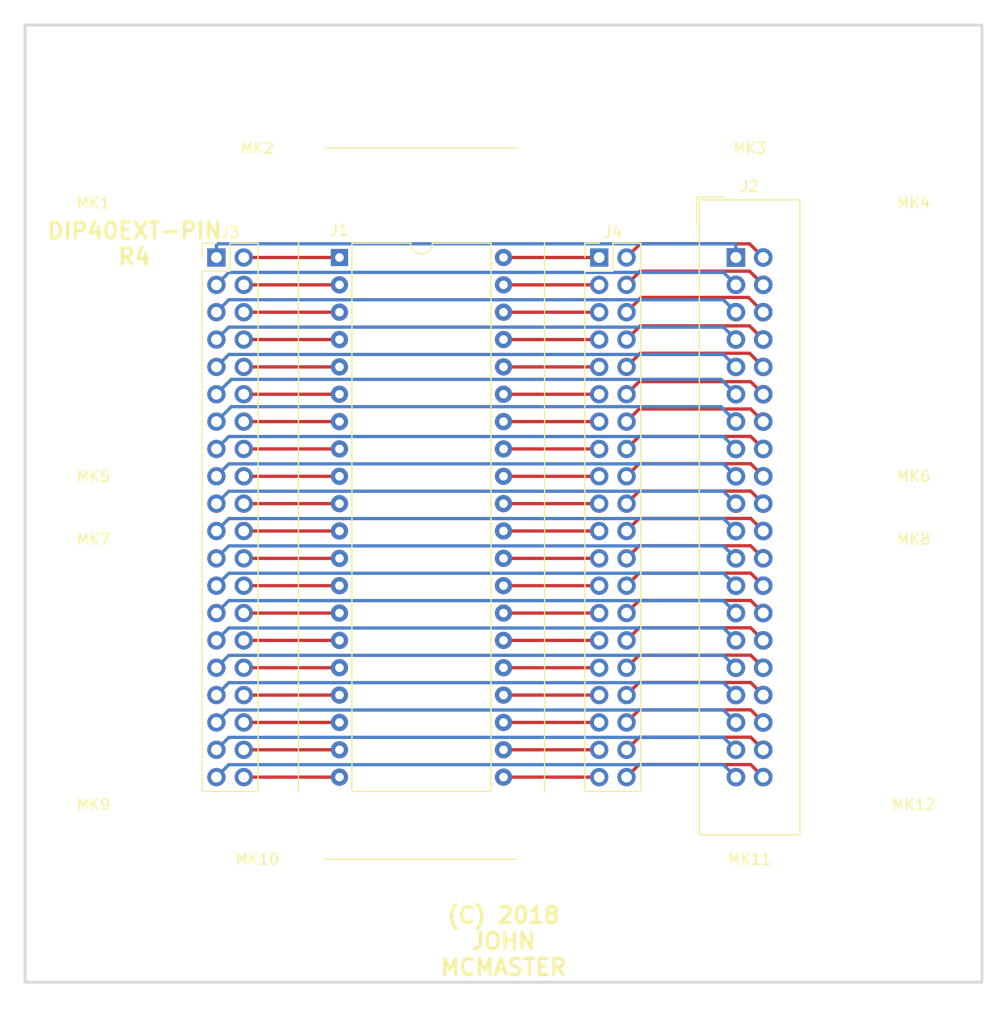
<source format=kicad_pcb>
(kicad_pcb (version 4) (host pcbnew 4.0.7-e2-6376~58~ubuntu16.04.1)

  (general
    (links 80)
    (no_connects 0)
    (area 22.922599 22.922599 116.777401 118.3774)
    (thickness 1.6)
    (drawings 6)
    (tracks 200)
    (zones 0)
    (modules 16)
    (nets 81)
  )

  (page A4)
  (layers
    (0 F.Cu signal)
    (31 B.Cu signal)
    (32 B.Adhes user)
    (33 F.Adhes user)
    (34 B.Paste user)
    (35 F.Paste user)
    (36 B.SilkS user)
    (37 F.SilkS user)
    (38 B.Mask user)
    (39 F.Mask user)
    (40 Dwgs.User user)
    (41 Cmts.User user)
    (42 Eco1.User user)
    (43 Eco2.User user)
    (44 Edge.Cuts user)
    (45 Margin user)
    (46 B.CrtYd user)
    (47 F.CrtYd user)
    (48 B.Fab user)
    (49 F.Fab user)
  )

  (setup
    (last_trace_width 0.3048)
    (trace_clearance 0.1524)
    (zone_clearance 0.508)
    (zone_45_only no)
    (trace_min 0.1524)
    (segment_width 0.2)
    (edge_width 0.00254)
    (via_size 0.6858)
    (via_drill 0.3302)
    (via_min_size 0.508)
    (via_min_drill 0.254)
    (uvia_size 0.6858)
    (uvia_drill 0.3302)
    (uvias_allowed no)
    (uvia_min_size 0)
    (uvia_min_drill 0)
    (pcb_text_width 0.3)
    (pcb_text_size 1.5 1.5)
    (mod_edge_width 0.15)
    (mod_text_size 1 1)
    (mod_text_width 0.15)
    (pad_size 3.175 3.175)
    (pad_drill 3.175)
    (pad_to_mask_clearance 0)
    (aux_axis_origin 0 0)
    (visible_elements 7FFFFFFF)
    (pcbplotparams
      (layerselection 0x010f0_80000001)
      (usegerberextensions false)
      (excludeedgelayer true)
      (linewidth 0.100000)
      (plotframeref false)
      (viasonmask false)
      (mode 1)
      (useauxorigin false)
      (hpglpennumber 1)
      (hpglpenspeed 20)
      (hpglpendiameter 15)
      (hpglpenoverlay 2)
      (psnegative false)
      (psa4output false)
      (plotreference true)
      (plotvalue true)
      (plotinvisibletext false)
      (padsonsilk false)
      (subtractmaskfromsilk false)
      (outputformat 1)
      (mirror false)
      (drillshape 0)
      (scaleselection 1)
      (outputdirectory dipext-pin_r4))
  )

  (net 0 "")
  (net 1 /P1)
  (net 2 /P21)
  (net 3 /P2)
  (net 4 /P22)
  (net 5 /P3)
  (net 6 /P23)
  (net 7 /P4)
  (net 8 /P24)
  (net 9 /P5)
  (net 10 /P25)
  (net 11 /P6)
  (net 12 /P26)
  (net 13 /P7)
  (net 14 /P27)
  (net 15 /P8)
  (net 16 /P28)
  (net 17 /P9)
  (net 18 /P29)
  (net 19 /P10)
  (net 20 /P30)
  (net 21 /P11)
  (net 22 /P31)
  (net 23 /P12)
  (net 24 /P32)
  (net 25 /P13)
  (net 26 /P33)
  (net 27 /P14)
  (net 28 /P34)
  (net 29 /P15)
  (net 30 /P35)
  (net 31 /P16)
  (net 32 /P36)
  (net 33 /P17)
  (net 34 /P37)
  (net 35 /P18)
  (net 36 /P38)
  (net 37 /P19)
  (net 38 /P39)
  (net 39 /P20)
  (net 40 /P40)
  (net 41 "Net-(J1-Pad1)")
  (net 42 "Net-(J1-Pad21)")
  (net 43 "Net-(J1-Pad2)")
  (net 44 "Net-(J1-Pad22)")
  (net 45 "Net-(J1-Pad3)")
  (net 46 "Net-(J1-Pad23)")
  (net 47 "Net-(J1-Pad4)")
  (net 48 "Net-(J1-Pad24)")
  (net 49 "Net-(J1-Pad5)")
  (net 50 "Net-(J1-Pad25)")
  (net 51 "Net-(J1-Pad6)")
  (net 52 "Net-(J1-Pad26)")
  (net 53 "Net-(J1-Pad7)")
  (net 54 "Net-(J1-Pad27)")
  (net 55 "Net-(J1-Pad8)")
  (net 56 "Net-(J1-Pad28)")
  (net 57 "Net-(J1-Pad9)")
  (net 58 "Net-(J1-Pad29)")
  (net 59 "Net-(J1-Pad10)")
  (net 60 "Net-(J1-Pad30)")
  (net 61 "Net-(J1-Pad11)")
  (net 62 "Net-(J1-Pad31)")
  (net 63 "Net-(J1-Pad12)")
  (net 64 "Net-(J1-Pad32)")
  (net 65 "Net-(J1-Pad13)")
  (net 66 "Net-(J1-Pad33)")
  (net 67 "Net-(J1-Pad14)")
  (net 68 "Net-(J1-Pad34)")
  (net 69 "Net-(J1-Pad15)")
  (net 70 "Net-(J1-Pad35)")
  (net 71 "Net-(J1-Pad16)")
  (net 72 "Net-(J1-Pad36)")
  (net 73 "Net-(J1-Pad17)")
  (net 74 "Net-(J1-Pad37)")
  (net 75 "Net-(J1-Pad18)")
  (net 76 "Net-(J1-Pad38)")
  (net 77 "Net-(J1-Pad19)")
  (net 78 "Net-(J1-Pad39)")
  (net 79 "Net-(J1-Pad20)")
  (net 80 "Net-(J1-Pad40)")

  (net_class Default "To jest domyślna klasa połączeń."
    (clearance 0.1524)
    (trace_width 0.3048)
    (via_dia 0.6858)
    (via_drill 0.3302)
    (uvia_dia 0.6858)
    (uvia_drill 0.3302)
    (add_net /P1)
    (add_net /P10)
    (add_net /P11)
    (add_net /P12)
    (add_net /P13)
    (add_net /P14)
    (add_net /P15)
    (add_net /P16)
    (add_net /P17)
    (add_net /P18)
    (add_net /P19)
    (add_net /P2)
    (add_net /P20)
    (add_net /P21)
    (add_net /P22)
    (add_net /P23)
    (add_net /P24)
    (add_net /P25)
    (add_net /P26)
    (add_net /P27)
    (add_net /P28)
    (add_net /P29)
    (add_net /P3)
    (add_net /P30)
    (add_net /P31)
    (add_net /P32)
    (add_net /P33)
    (add_net /P34)
    (add_net /P35)
    (add_net /P36)
    (add_net /P37)
    (add_net /P38)
    (add_net /P39)
    (add_net /P4)
    (add_net /P40)
    (add_net /P5)
    (add_net /P6)
    (add_net /P7)
    (add_net /P8)
    (add_net /P9)
    (add_net "Net-(J1-Pad1)")
    (add_net "Net-(J1-Pad10)")
    (add_net "Net-(J1-Pad11)")
    (add_net "Net-(J1-Pad12)")
    (add_net "Net-(J1-Pad13)")
    (add_net "Net-(J1-Pad14)")
    (add_net "Net-(J1-Pad15)")
    (add_net "Net-(J1-Pad16)")
    (add_net "Net-(J1-Pad17)")
    (add_net "Net-(J1-Pad18)")
    (add_net "Net-(J1-Pad19)")
    (add_net "Net-(J1-Pad2)")
    (add_net "Net-(J1-Pad20)")
    (add_net "Net-(J1-Pad21)")
    (add_net "Net-(J1-Pad22)")
    (add_net "Net-(J1-Pad23)")
    (add_net "Net-(J1-Pad24)")
    (add_net "Net-(J1-Pad25)")
    (add_net "Net-(J1-Pad26)")
    (add_net "Net-(J1-Pad27)")
    (add_net "Net-(J1-Pad28)")
    (add_net "Net-(J1-Pad29)")
    (add_net "Net-(J1-Pad3)")
    (add_net "Net-(J1-Pad30)")
    (add_net "Net-(J1-Pad31)")
    (add_net "Net-(J1-Pad32)")
    (add_net "Net-(J1-Pad33)")
    (add_net "Net-(J1-Pad34)")
    (add_net "Net-(J1-Pad35)")
    (add_net "Net-(J1-Pad36)")
    (add_net "Net-(J1-Pad37)")
    (add_net "Net-(J1-Pad38)")
    (add_net "Net-(J1-Pad39)")
    (add_net "Net-(J1-Pad4)")
    (add_net "Net-(J1-Pad40)")
    (add_net "Net-(J1-Pad5)")
    (add_net "Net-(J1-Pad6)")
    (add_net "Net-(J1-Pad7)")
    (add_net "Net-(J1-Pad8)")
    (add_net "Net-(J1-Pad9)")
  )

  (module Mounting_Holes:MountingHole_8.4mm_M8 (layer F.Cu) (tedit 5B73A4D4) (tstamp 5B73A484)
    (at 82.55 107.95)
    (descr "Mounting Hole 8.4mm, no annular, M8")
    (tags "mounting hole 8.4mm no annular m8")
    (path /5B73A7D6)
    (attr virtual)
    (fp_text reference MK11 (at 10.16 -5.08) (layer F.SilkS)
      (effects (font (size 1 1) (thickness 0.15)))
    )
    (fp_text value Mounting_Hole (at 0 9.4) (layer F.Fab)
      (effects (font (size 1 1) (thickness 0.15)))
    )
    (fp_text user %R (at 0.3 0) (layer F.Fab)
      (effects (font (size 1 1) (thickness 0.15)))
    )
    (fp_circle (center 0 0) (end 8.4 0) (layer Cmts.User) (width 0.15))
    (fp_circle (center 0 0) (end 8.65 0) (layer F.CrtYd) (width 0.05))
    (pad 1 np_thru_hole circle (at 0 0) (size 8.4 8.4) (drill 8.4) (layers *.Cu *.Mask))
  )

  (module Mounting_Holes:MountingHole_8.4mm_M8 (layer F.Cu) (tedit 5B73A4D0) (tstamp 5B73A480)
    (at 57.15 107.95)
    (descr "Mounting Hole 8.4mm, no annular, M8")
    (tags "mounting hole 8.4mm no annular m8")
    (path /5B73A7D0)
    (attr virtual)
    (fp_text reference MK10 (at -10.16 -5.08) (layer F.SilkS)
      (effects (font (size 1 1) (thickness 0.15)))
    )
    (fp_text value Mounting_Hole (at 0 9.4) (layer F.Fab)
      (effects (font (size 1 1) (thickness 0.15)))
    )
    (fp_text user %R (at 0.3 0) (layer F.Fab)
      (effects (font (size 1 1) (thickness 0.15)))
    )
    (fp_circle (center 0 0) (end 8.4 0) (layer Cmts.User) (width 0.15))
    (fp_circle (center 0 0) (end 8.65 0) (layer F.CrtYd) (width 0.05))
    (pad 1 np_thru_hole circle (at 0 0) (size 8.4 8.4) (drill 8.4) (layers *.Cu *.Mask))
  )

  (module Mounting_Holes:MountingHole_8.4mm_M8 (layer F.Cu) (tedit 56D1B4CB) (tstamp 5B73A466)
    (at 107.95 82.55)
    (descr "Mounting Hole 8.4mm, no annular, M8")
    (tags "mounting hole 8.4mm no annular m8")
    (path /5B73A526)
    (attr virtual)
    (fp_text reference MK8 (at 0 -9.4) (layer F.SilkS)
      (effects (font (size 1 1) (thickness 0.15)))
    )
    (fp_text value Mounting_Hole (at 0 9.4) (layer F.Fab)
      (effects (font (size 1 1) (thickness 0.15)))
    )
    (fp_text user %R (at 0.3 0) (layer F.Fab)
      (effects (font (size 1 1) (thickness 0.15)))
    )
    (fp_circle (center 0 0) (end 8.4 0) (layer Cmts.User) (width 0.15))
    (fp_circle (center 0 0) (end 8.65 0) (layer F.CrtYd) (width 0.05))
    (pad 1 np_thru_hole circle (at 0 0) (size 8.4 8.4) (drill 8.4) (layers *.Cu *.Mask))
  )

  (module Mounting_Holes:MountingHole_8.4mm_M8 (layer F.Cu) (tedit 5B73A4BD) (tstamp 5B73A462)
    (at 107.95 57.15)
    (descr "Mounting Hole 8.4mm, no annular, M8")
    (tags "mounting hole 8.4mm no annular m8")
    (path /5B73A51A)
    (attr virtual)
    (fp_text reference MK6 (at 0 10.16) (layer F.SilkS)
      (effects (font (size 1 1) (thickness 0.15)))
    )
    (fp_text value Mounting_Hole (at 0 9.4) (layer F.Fab)
      (effects (font (size 1 1) (thickness 0.15)))
    )
    (fp_text user %R (at 0.3 0) (layer F.Fab)
      (effects (font (size 1 1) (thickness 0.15)))
    )
    (fp_circle (center 0 0) (end 8.4 0) (layer Cmts.User) (width 0.15))
    (fp_circle (center 0 0) (end 8.65 0) (layer F.CrtYd) (width 0.05))
    (pad 1 np_thru_hole circle (at 0 0) (size 8.4 8.4) (drill 8.4) (layers *.Cu *.Mask))
  )

  (module lib:aries_40-6554-10_DIP-40_W15.24mm_ZIF (layer F.Cu) (tedit 5B738C49) (tstamp 5B69CD01)
    (at 54.61 46.99)
    (descr "40-lead though-hole mounted DIP package, row spacing 15.24 mm (600 mils), Socket")
    (tags "THT DIP DIL PDIP 2.54mm 15.24mm 600mil Socket")
    (path /5B698498)
    (fp_text reference J1 (at 0 -2.54) (layer F.SilkS)
      (effects (font (size 1 1) (thickness 0.15)))
    )
    (fp_text value ZIF (at 7.62 50.59) (layer F.Fab)
      (effects (font (size 1 1) (thickness 0.15)))
    )
    (fp_arc (start 7.62 -1.33) (end 6.62 -1.33) (angle -180) (layer F.SilkS) (width 0.12))
    (fp_line (start 1.255 -1.27) (end 14.985 -1.27) (layer F.Fab) (width 0.1))
    (fp_line (start 14.985 -1.27) (end 14.985 49.53) (layer F.Fab) (width 0.1))
    (fp_line (start 14.985 49.53) (end 0.255 49.53) (layer F.Fab) (width 0.1))
    (fp_line (start 0.255 49.53) (end 0.255 -0.27) (layer F.Fab) (width 0.1))
    (fp_line (start 0.255 -0.27) (end 1.255 -1.27) (layer F.Fab) (width 0.1))
    (fp_line (start -1.27 -1.33) (end -1.27 49.59) (layer F.Fab) (width 0.1))
    (fp_line (start -1.27 49.59) (end 16.51 49.59) (layer F.Fab) (width 0.1))
    (fp_line (start 16.51 49.59) (end 16.51 -1.33) (layer F.Fab) (width 0.1))
    (fp_line (start 16.51 -1.33) (end -1.27 -1.33) (layer F.Fab) (width 0.1))
    (fp_line (start 6.62 -1.33) (end 1.16 -1.33) (layer F.SilkS) (width 0.12))
    (fp_line (start 1.16 -1.33) (end 1.16 49.59) (layer F.SilkS) (width 0.12))
    (fp_line (start 1.16 49.59) (end 14.08 49.59) (layer F.SilkS) (width 0.12))
    (fp_line (start 14.08 49.59) (end 14.08 -1.33) (layer F.SilkS) (width 0.12))
    (fp_line (start 14.08 -1.33) (end 8.62 -1.33) (layer F.SilkS) (width 0.12))
    (fp_line (start -3.81 -1.39) (end -3.81 49.65) (layer F.SilkS) (width 0.12))
    (fp_line (start -1.33 55.88) (end 16.57 55.88) (layer F.SilkS) (width 0.12))
    (fp_line (start 19.05 49.65) (end 19.05 -1.39) (layer F.SilkS) (width 0.12))
    (fp_line (start 16.57 -10.16) (end -1.33 -10.16) (layer F.SilkS) (width 0.12))
    (fp_line (start -1.55 -1.6) (end -1.55 49.85) (layer F.CrtYd) (width 0.05))
    (fp_line (start -1.55 49.85) (end 16.8 49.85) (layer F.CrtYd) (width 0.05))
    (fp_line (start 16.8 49.85) (end 16.8 -1.6) (layer F.CrtYd) (width 0.05))
    (fp_line (start 16.8 -1.6) (end -1.55 -1.6) (layer F.CrtYd) (width 0.05))
    (fp_text user %R (at 7.62 24.13) (layer F.Fab)
      (effects (font (size 1 1) (thickness 0.15)))
    )
    (pad 1 thru_hole rect (at 0 0) (size 1.6 1.6) (drill 0.8) (layers *.Cu *.Mask)
      (net 41 "Net-(J1-Pad1)"))
    (pad 21 thru_hole oval (at 15.24 48.26) (size 1.6 1.6) (drill 0.8) (layers *.Cu *.Mask)
      (net 42 "Net-(J1-Pad21)"))
    (pad 2 thru_hole oval (at 0 2.54) (size 1.6 1.6) (drill 0.8) (layers *.Cu *.Mask)
      (net 43 "Net-(J1-Pad2)"))
    (pad 22 thru_hole oval (at 15.24 45.72) (size 1.6 1.6) (drill 0.8) (layers *.Cu *.Mask)
      (net 44 "Net-(J1-Pad22)"))
    (pad 3 thru_hole oval (at 0 5.08) (size 1.6 1.6) (drill 0.8) (layers *.Cu *.Mask)
      (net 45 "Net-(J1-Pad3)"))
    (pad 23 thru_hole oval (at 15.24 43.18) (size 1.6 1.6) (drill 0.8) (layers *.Cu *.Mask)
      (net 46 "Net-(J1-Pad23)"))
    (pad 4 thru_hole oval (at 0 7.62) (size 1.6 1.6) (drill 0.8) (layers *.Cu *.Mask)
      (net 47 "Net-(J1-Pad4)"))
    (pad 24 thru_hole oval (at 15.24 40.64) (size 1.6 1.6) (drill 0.8) (layers *.Cu *.Mask)
      (net 48 "Net-(J1-Pad24)"))
    (pad 5 thru_hole oval (at 0 10.16) (size 1.6 1.6) (drill 0.8) (layers *.Cu *.Mask)
      (net 49 "Net-(J1-Pad5)"))
    (pad 25 thru_hole oval (at 15.24 38.1) (size 1.6 1.6) (drill 0.8) (layers *.Cu *.Mask)
      (net 50 "Net-(J1-Pad25)"))
    (pad 6 thru_hole oval (at 0 12.7) (size 1.6 1.6) (drill 0.8) (layers *.Cu *.Mask)
      (net 51 "Net-(J1-Pad6)"))
    (pad 26 thru_hole oval (at 15.24 35.56) (size 1.6 1.6) (drill 0.8) (layers *.Cu *.Mask)
      (net 52 "Net-(J1-Pad26)"))
    (pad 7 thru_hole oval (at 0 15.24) (size 1.6 1.6) (drill 0.8) (layers *.Cu *.Mask)
      (net 53 "Net-(J1-Pad7)"))
    (pad 27 thru_hole oval (at 15.24 33.02) (size 1.6 1.6) (drill 0.8) (layers *.Cu *.Mask)
      (net 54 "Net-(J1-Pad27)"))
    (pad 8 thru_hole oval (at 0 17.78) (size 1.6 1.6) (drill 0.8) (layers *.Cu *.Mask)
      (net 55 "Net-(J1-Pad8)"))
    (pad 28 thru_hole oval (at 15.24 30.48) (size 1.6 1.6) (drill 0.8) (layers *.Cu *.Mask)
      (net 56 "Net-(J1-Pad28)"))
    (pad 9 thru_hole oval (at 0 20.32) (size 1.6 1.6) (drill 0.8) (layers *.Cu *.Mask)
      (net 57 "Net-(J1-Pad9)"))
    (pad 29 thru_hole oval (at 15.24 27.94) (size 1.6 1.6) (drill 0.8) (layers *.Cu *.Mask)
      (net 58 "Net-(J1-Pad29)"))
    (pad 10 thru_hole oval (at 0 22.86) (size 1.6 1.6) (drill 0.8) (layers *.Cu *.Mask)
      (net 59 "Net-(J1-Pad10)"))
    (pad 30 thru_hole oval (at 15.24 25.4) (size 1.6 1.6) (drill 0.8) (layers *.Cu *.Mask)
      (net 60 "Net-(J1-Pad30)"))
    (pad 11 thru_hole oval (at 0 25.4) (size 1.6 1.6) (drill 0.8) (layers *.Cu *.Mask)
      (net 61 "Net-(J1-Pad11)"))
    (pad 31 thru_hole oval (at 15.24 22.86) (size 1.6 1.6) (drill 0.8) (layers *.Cu *.Mask)
      (net 62 "Net-(J1-Pad31)"))
    (pad 12 thru_hole oval (at 0 27.94) (size 1.6 1.6) (drill 0.8) (layers *.Cu *.Mask)
      (net 63 "Net-(J1-Pad12)"))
    (pad 32 thru_hole oval (at 15.24 20.32) (size 1.6 1.6) (drill 0.8) (layers *.Cu *.Mask)
      (net 64 "Net-(J1-Pad32)"))
    (pad 13 thru_hole oval (at 0 30.48) (size 1.6 1.6) (drill 0.8) (layers *.Cu *.Mask)
      (net 65 "Net-(J1-Pad13)"))
    (pad 33 thru_hole oval (at 15.24 17.78) (size 1.6 1.6) (drill 0.8) (layers *.Cu *.Mask)
      (net 66 "Net-(J1-Pad33)"))
    (pad 14 thru_hole oval (at 0 33.02) (size 1.6 1.6) (drill 0.8) (layers *.Cu *.Mask)
      (net 67 "Net-(J1-Pad14)"))
    (pad 34 thru_hole oval (at 15.24 15.24) (size 1.6 1.6) (drill 0.8) (layers *.Cu *.Mask)
      (net 68 "Net-(J1-Pad34)"))
    (pad 15 thru_hole oval (at 0 35.56) (size 1.6 1.6) (drill 0.8) (layers *.Cu *.Mask)
      (net 69 "Net-(J1-Pad15)"))
    (pad 35 thru_hole oval (at 15.24 12.7) (size 1.6 1.6) (drill 0.8) (layers *.Cu *.Mask)
      (net 70 "Net-(J1-Pad35)"))
    (pad 16 thru_hole oval (at 0 38.1) (size 1.6 1.6) (drill 0.8) (layers *.Cu *.Mask)
      (net 71 "Net-(J1-Pad16)"))
    (pad 36 thru_hole oval (at 15.24 10.16) (size 1.6 1.6) (drill 0.8) (layers *.Cu *.Mask)
      (net 72 "Net-(J1-Pad36)"))
    (pad 17 thru_hole oval (at 0 40.64) (size 1.6 1.6) (drill 0.8) (layers *.Cu *.Mask)
      (net 73 "Net-(J1-Pad17)"))
    (pad 37 thru_hole oval (at 15.24 7.62) (size 1.6 1.6) (drill 0.8) (layers *.Cu *.Mask)
      (net 74 "Net-(J1-Pad37)"))
    (pad 18 thru_hole oval (at 0 43.18) (size 1.6 1.6) (drill 0.8) (layers *.Cu *.Mask)
      (net 75 "Net-(J1-Pad18)"))
    (pad 38 thru_hole oval (at 15.24 5.08) (size 1.6 1.6) (drill 0.8) (layers *.Cu *.Mask)
      (net 76 "Net-(J1-Pad38)"))
    (pad 19 thru_hole oval (at 0 45.72) (size 1.6 1.6) (drill 0.8) (layers *.Cu *.Mask)
      (net 77 "Net-(J1-Pad19)"))
    (pad 39 thru_hole oval (at 15.24 2.54) (size 1.6 1.6) (drill 0.8) (layers *.Cu *.Mask)
      (net 78 "Net-(J1-Pad39)"))
    (pad 20 thru_hole oval (at 0 48.26) (size 1.6 1.6) (drill 0.8) (layers *.Cu *.Mask)
      (net 79 "Net-(J1-Pad20)"))
    (pad 40 thru_hole oval (at 15.24 0) (size 1.6 1.6) (drill 0.8) (layers *.Cu *.Mask)
      (net 80 "Net-(J1-Pad40)"))
    (model ${KISYS3DMOD}/Housings_DIP.3dshapes/DIP-40_W15.24mm_Socket.wrl
      (at (xyz 0 0 0))
      (scale (xyz 1 1 1))
      (rotate (xyz 0 0 0))
    )
  )

  (module Mounting_Holes:MountingHole_8.4mm_M8 (layer F.Cu) (tedit 56D1B4CB) (tstamp 5B738F30)
    (at 31.75 31.75)
    (descr "Mounting Hole 8.4mm, no annular, M8")
    (tags "mounting hole 8.4mm no annular m8")
    (path /5B7391AD)
    (attr virtual)
    (fp_text reference MK1 (at 0 10.16) (layer F.SilkS)
      (effects (font (size 1 1) (thickness 0.15)))
    )
    (fp_text value Mounting_Hole (at 0 9.4) (layer F.Fab)
      (effects (font (size 1 1) (thickness 0.15)))
    )
    (fp_text user %R (at 0.3 0) (layer F.Fab)
      (effects (font (size 1 1) (thickness 0.15)))
    )
    (fp_circle (center 0 0) (end 8.4 0) (layer Cmts.User) (width 0.15))
    (fp_circle (center 0 0) (end 8.65 0) (layer F.CrtYd) (width 0.05))
    (pad 1 np_thru_hole circle (at 0 0) (size 8.4 8.4) (drill 8.4) (layers *.Cu *.Mask))
  )

  (module Mounting_Holes:MountingHole_8.4mm_M8 (layer F.Cu) (tedit 5B73A41E) (tstamp 5B738F35)
    (at 107.95 31.75)
    (descr "Mounting Hole 8.4mm, no annular, M8")
    (tags "mounting hole 8.4mm no annular m8")
    (path /5B739268)
    (attr virtual)
    (fp_text reference MK4 (at 0 10.16) (layer F.SilkS)
      (effects (font (size 1 1) (thickness 0.15)))
    )
    (fp_text value Mounting_Hole (at 0 9.4) (layer F.Fab)
      (effects (font (size 1 1) (thickness 0.15)))
    )
    (fp_text user %R (at 0.3 0) (layer F.Fab)
      (effects (font (size 1 1) (thickness 0.15)))
    )
    (fp_circle (center 0 0) (end 8.4 0) (layer Cmts.User) (width 0.15))
    (fp_circle (center 0 0) (end 8.65 0) (layer F.CrtYd) (width 0.05))
    (pad 1 np_thru_hole circle (at 0 0) (size 8.4 8.4) (drill 8.4) (layers *.Cu *.Mask))
  )

  (module Mounting_Holes:MountingHole_8.4mm_M8 (layer F.Cu) (tedit 5B73A4CC) (tstamp 5B738F3A)
    (at 31.75 107.95)
    (descr "Mounting Hole 8.4mm, no annular, M8")
    (tags "mounting hole 8.4mm no annular m8")
    (path /5B73A7CA)
    (attr virtual)
    (fp_text reference MK9 (at 0 -10.16) (layer F.SilkS)
      (effects (font (size 1 1) (thickness 0.15)))
    )
    (fp_text value Mounting_Hole (at 0 9.4) (layer F.Fab)
      (effects (font (size 1 1) (thickness 0.15)))
    )
    (fp_text user %R (at 0.3 0) (layer F.Fab)
      (effects (font (size 1 1) (thickness 0.15)))
    )
    (fp_circle (center 0 0) (end 8.4 0) (layer Cmts.User) (width 0.15))
    (fp_circle (center 0 0) (end 8.65 0) (layer F.CrtYd) (width 0.05))
    (pad 1 np_thru_hole circle (at 0 0) (size 8.4 8.4) (drill 8.4) (layers *.Cu *.Mask))
  )

  (module Mounting_Holes:MountingHole_8.4mm_M8 (layer F.Cu) (tedit 5B73A4D8) (tstamp 5B738F3F)
    (at 107.95 107.95)
    (descr "Mounting Hole 8.4mm, no annular, M8")
    (tags "mounting hole 8.4mm no annular m8")
    (path /5B73A7DC)
    (attr virtual)
    (fp_text reference MK12 (at 0 -10.16) (layer F.SilkS)
      (effects (font (size 1 1) (thickness 0.15)))
    )
    (fp_text value Mounting_Hole (at 0 9.4) (layer F.Fab)
      (effects (font (size 1 1) (thickness 0.15)))
    )
    (fp_text user %R (at 0.3 0) (layer F.Fab)
      (effects (font (size 1 1) (thickness 0.15)))
    )
    (fp_circle (center 0 0) (end 8.4 0) (layer Cmts.User) (width 0.15))
    (fp_circle (center 0 0) (end 8.65 0) (layer F.CrtYd) (width 0.05))
    (pad 1 np_thru_hole circle (at 0 0) (size 8.4 8.4) (drill 8.4) (layers *.Cu *.Mask))
  )

  (module Connectors_IDC:IDC-Header_2x20_Pitch2.54mm_Straight (layer F.Cu) (tedit 59DE12BE) (tstamp 5B739DD2)
    (at 91.44 46.99)
    (descr "40 pins through hole IDC header")
    (tags "IDC header socket VASCH")
    (path /5B73A17E)
    (fp_text reference J2 (at 1.27 -6.604) (layer F.SilkS)
      (effects (font (size 1 1) (thickness 0.15)))
    )
    (fp_text value IDC40 (at 1.27 54.864) (layer F.Fab)
      (effects (font (size 1 1) (thickness 0.15)))
    )
    (fp_text user %R (at 1.27 24.13) (layer F.Fab)
      (effects (font (size 1 1) (thickness 0.15)))
    )
    (fp_line (start 5.695 -5.1) (end 5.695 53.36) (layer F.Fab) (width 0.1))
    (fp_line (start 5.145 -4.56) (end 5.145 52.8) (layer F.Fab) (width 0.1))
    (fp_line (start -3.155 -5.1) (end -3.155 53.36) (layer F.Fab) (width 0.1))
    (fp_line (start -2.605 -4.56) (end -2.605 21.88) (layer F.Fab) (width 0.1))
    (fp_line (start -2.605 26.38) (end -2.605 52.8) (layer F.Fab) (width 0.1))
    (fp_line (start -2.605 21.88) (end -3.155 21.88) (layer F.Fab) (width 0.1))
    (fp_line (start -2.605 26.38) (end -3.155 26.38) (layer F.Fab) (width 0.1))
    (fp_line (start 5.695 -5.1) (end -3.155 -5.1) (layer F.Fab) (width 0.1))
    (fp_line (start 5.145 -4.56) (end -2.605 -4.56) (layer F.Fab) (width 0.1))
    (fp_line (start 5.695 53.36) (end -3.155 53.36) (layer F.Fab) (width 0.1))
    (fp_line (start 5.145 52.8) (end -2.605 52.8) (layer F.Fab) (width 0.1))
    (fp_line (start 5.695 -5.1) (end 5.145 -4.56) (layer F.Fab) (width 0.1))
    (fp_line (start 5.695 53.36) (end 5.145 52.8) (layer F.Fab) (width 0.1))
    (fp_line (start -3.155 -5.1) (end -2.605 -4.56) (layer F.Fab) (width 0.1))
    (fp_line (start -3.155 53.36) (end -2.605 52.8) (layer F.Fab) (width 0.1))
    (fp_line (start 6.2 -5.85) (end 6.2 53.86) (layer F.CrtYd) (width 0.05))
    (fp_line (start 6.2 53.86) (end -3.91 53.86) (layer F.CrtYd) (width 0.05))
    (fp_line (start -3.91 53.86) (end -3.91 -5.85) (layer F.CrtYd) (width 0.05))
    (fp_line (start -3.91 -5.85) (end 6.2 -5.85) (layer F.CrtYd) (width 0.05))
    (fp_line (start 5.945 -5.35) (end 5.945 53.61) (layer F.SilkS) (width 0.12))
    (fp_line (start 5.945 53.61) (end -3.405 53.61) (layer F.SilkS) (width 0.12))
    (fp_line (start -3.405 53.61) (end -3.405 -5.35) (layer F.SilkS) (width 0.12))
    (fp_line (start -3.405 -5.35) (end 5.945 -5.35) (layer F.SilkS) (width 0.12))
    (fp_line (start -3.655 -5.6) (end -3.655 -3.06) (layer F.SilkS) (width 0.12))
    (fp_line (start -3.655 -5.6) (end -1.115 -5.6) (layer F.SilkS) (width 0.12))
    (pad 1 thru_hole rect (at 0 0) (size 1.7272 1.7272) (drill 1.016) (layers *.Cu *.Mask)
      (net 1 /P1))
    (pad 2 thru_hole oval (at 2.54 0) (size 1.7272 1.7272) (drill 1.016) (layers *.Cu *.Mask)
      (net 40 /P40))
    (pad 3 thru_hole oval (at 0 2.54) (size 1.7272 1.7272) (drill 1.016) (layers *.Cu *.Mask)
      (net 3 /P2))
    (pad 4 thru_hole oval (at 2.54 2.54) (size 1.7272 1.7272) (drill 1.016) (layers *.Cu *.Mask)
      (net 38 /P39))
    (pad 5 thru_hole oval (at 0 5.08) (size 1.7272 1.7272) (drill 1.016) (layers *.Cu *.Mask)
      (net 5 /P3))
    (pad 6 thru_hole oval (at 2.54 5.08) (size 1.7272 1.7272) (drill 1.016) (layers *.Cu *.Mask)
      (net 36 /P38))
    (pad 7 thru_hole oval (at 0 7.62) (size 1.7272 1.7272) (drill 1.016) (layers *.Cu *.Mask)
      (net 7 /P4))
    (pad 8 thru_hole oval (at 2.54 7.62) (size 1.7272 1.7272) (drill 1.016) (layers *.Cu *.Mask)
      (net 34 /P37))
    (pad 9 thru_hole oval (at 0 10.16) (size 1.7272 1.7272) (drill 1.016) (layers *.Cu *.Mask)
      (net 9 /P5))
    (pad 10 thru_hole oval (at 2.54 10.16) (size 1.7272 1.7272) (drill 1.016) (layers *.Cu *.Mask)
      (net 32 /P36))
    (pad 11 thru_hole oval (at 0 12.7) (size 1.7272 1.7272) (drill 1.016) (layers *.Cu *.Mask)
      (net 11 /P6))
    (pad 12 thru_hole oval (at 2.54 12.7) (size 1.7272 1.7272) (drill 1.016) (layers *.Cu *.Mask)
      (net 30 /P35))
    (pad 13 thru_hole oval (at 0 15.24) (size 1.7272 1.7272) (drill 1.016) (layers *.Cu *.Mask)
      (net 13 /P7))
    (pad 14 thru_hole oval (at 2.54 15.24) (size 1.7272 1.7272) (drill 1.016) (layers *.Cu *.Mask)
      (net 28 /P34))
    (pad 15 thru_hole oval (at 0 17.78) (size 1.7272 1.7272) (drill 1.016) (layers *.Cu *.Mask)
      (net 15 /P8))
    (pad 16 thru_hole oval (at 2.54 17.78) (size 1.7272 1.7272) (drill 1.016) (layers *.Cu *.Mask)
      (net 26 /P33))
    (pad 17 thru_hole oval (at 0 20.32) (size 1.7272 1.7272) (drill 1.016) (layers *.Cu *.Mask)
      (net 17 /P9))
    (pad 18 thru_hole oval (at 2.54 20.32) (size 1.7272 1.7272) (drill 1.016) (layers *.Cu *.Mask)
      (net 24 /P32))
    (pad 19 thru_hole oval (at 0 22.86) (size 1.7272 1.7272) (drill 1.016) (layers *.Cu *.Mask)
      (net 19 /P10))
    (pad 20 thru_hole oval (at 2.54 22.86) (size 1.7272 1.7272) (drill 1.016) (layers *.Cu *.Mask)
      (net 22 /P31))
    (pad 21 thru_hole oval (at 0 25.4) (size 1.7272 1.7272) (drill 1.016) (layers *.Cu *.Mask)
      (net 21 /P11))
    (pad 22 thru_hole oval (at 2.54 25.4) (size 1.7272 1.7272) (drill 1.016) (layers *.Cu *.Mask)
      (net 20 /P30))
    (pad 23 thru_hole oval (at 0 27.94) (size 1.7272 1.7272) (drill 1.016) (layers *.Cu *.Mask)
      (net 23 /P12))
    (pad 24 thru_hole oval (at 2.54 27.94) (size 1.7272 1.7272) (drill 1.016) (layers *.Cu *.Mask)
      (net 18 /P29))
    (pad 25 thru_hole oval (at 0 30.48) (size 1.7272 1.7272) (drill 1.016) (layers *.Cu *.Mask)
      (net 25 /P13))
    (pad 26 thru_hole oval (at 2.54 30.48) (size 1.7272 1.7272) (drill 1.016) (layers *.Cu *.Mask)
      (net 16 /P28))
    (pad 27 thru_hole oval (at 0 33.02) (size 1.7272 1.7272) (drill 1.016) (layers *.Cu *.Mask)
      (net 27 /P14))
    (pad 28 thru_hole oval (at 2.54 33.02) (size 1.7272 1.7272) (drill 1.016) (layers *.Cu *.Mask)
      (net 14 /P27))
    (pad 29 thru_hole oval (at 0 35.56) (size 1.7272 1.7272) (drill 1.016) (layers *.Cu *.Mask)
      (net 29 /P15))
    (pad 30 thru_hole oval (at 2.54 35.56) (size 1.7272 1.7272) (drill 1.016) (layers *.Cu *.Mask)
      (net 12 /P26))
    (pad 31 thru_hole oval (at 0 38.1) (size 1.7272 1.7272) (drill 1.016) (layers *.Cu *.Mask)
      (net 31 /P16))
    (pad 32 thru_hole oval (at 2.54 38.1) (size 1.7272 1.7272) (drill 1.016) (layers *.Cu *.Mask)
      (net 10 /P25))
    (pad 33 thru_hole oval (at 0 40.64) (size 1.7272 1.7272) (drill 1.016) (layers *.Cu *.Mask)
      (net 33 /P17))
    (pad 34 thru_hole oval (at 2.54 40.64) (size 1.7272 1.7272) (drill 1.016) (layers *.Cu *.Mask)
      (net 8 /P24))
    (pad 35 thru_hole oval (at 0 43.18) (size 1.7272 1.7272) (drill 1.016) (layers *.Cu *.Mask)
      (net 35 /P18))
    (pad 36 thru_hole oval (at 2.54 43.18) (size 1.7272 1.7272) (drill 1.016) (layers *.Cu *.Mask)
      (net 6 /P23))
    (pad 37 thru_hole oval (at 0 45.72) (size 1.7272 1.7272) (drill 1.016) (layers *.Cu *.Mask)
      (net 37 /P19))
    (pad 38 thru_hole oval (at 2.54 45.72) (size 1.7272 1.7272) (drill 1.016) (layers *.Cu *.Mask)
      (net 4 /P22))
    (pad 39 thru_hole oval (at 0 48.26) (size 1.7272 1.7272) (drill 1.016) (layers *.Cu *.Mask)
      (net 39 /P20))
    (pad 40 thru_hole oval (at 2.54 48.26) (size 1.7272 1.7272) (drill 1.016) (layers *.Cu *.Mask)
      (net 2 /P21))
    (model ${KISYS3DMOD}/Connectors_IDC.3dshapes/IDC-Header_2x20_Pitch2.54mm_Straight.wrl
      (at (xyz 0 0 0))
      (scale (xyz 1 1 1))
      (rotate (xyz 0 0 0))
    )
  )

  (module Mounting_Holes:MountingHole_8.4mm_M8 (layer F.Cu) (tedit 5B73A419) (tstamp 5B73A3CB)
    (at 82.55 31.75)
    (descr "Mounting Hole 8.4mm, no annular, M8")
    (tags "mounting hole 8.4mm no annular m8")
    (path /5B739245)
    (attr virtual)
    (fp_text reference MK3 (at 10.16 5.08) (layer F.SilkS)
      (effects (font (size 1 1) (thickness 0.15)))
    )
    (fp_text value Mounting_Hole (at 0 9.4) (layer F.Fab)
      (effects (font (size 1 1) (thickness 0.15)))
    )
    (fp_text user %R (at 0.3 0) (layer F.Fab)
      (effects (font (size 1 1) (thickness 0.15)))
    )
    (fp_circle (center 0 0) (end 8.4 0) (layer Cmts.User) (width 0.15))
    (fp_circle (center 0 0) (end 8.65 0) (layer F.CrtYd) (width 0.05))
    (pad 1 np_thru_hole circle (at 0 0) (size 8.4 8.4) (drill 8.4) (layers *.Cu *.Mask))
  )

  (module Mounting_Holes:MountingHole_8.4mm_M8 (layer F.Cu) (tedit 5B73A413) (tstamp 5B73A3D0)
    (at 57.15 31.75)
    (descr "Mounting Hole 8.4mm, no annular, M8")
    (tags "mounting hole 8.4mm no annular m8")
    (path /5B739211)
    (attr virtual)
    (fp_text reference MK2 (at -10.16 5.08) (layer F.SilkS)
      (effects (font (size 1 1) (thickness 0.15)))
    )
    (fp_text value Mounting_Hole (at 0 9.4) (layer F.Fab)
      (effects (font (size 1 1) (thickness 0.15)))
    )
    (fp_text user %R (at 0.3 0) (layer F.Fab)
      (effects (font (size 1 1) (thickness 0.15)))
    )
    (fp_circle (center 0 0) (end 8.4 0) (layer Cmts.User) (width 0.15))
    (fp_circle (center 0 0) (end 8.65 0) (layer F.CrtYd) (width 0.05))
    (pad 1 np_thru_hole circle (at 0 0) (size 8.4 8.4) (drill 8.4) (layers *.Cu *.Mask))
  )

  (module Mounting_Holes:MountingHole_8.4mm_M8 (layer F.Cu) (tedit 5B73A4AF) (tstamp 5B73A3D5)
    (at 31.75 57.15)
    (descr "Mounting Hole 8.4mm, no annular, M8")
    (tags "mounting hole 8.4mm no annular m8")
    (path /5B73A514)
    (attr virtual)
    (fp_text reference MK5 (at 0 10.16) (layer F.SilkS)
      (effects (font (size 1 1) (thickness 0.15)))
    )
    (fp_text value Mounting_Hole (at 0 9.4) (layer F.Fab)
      (effects (font (size 1 1) (thickness 0.15)))
    )
    (fp_text user %R (at 0.3 0) (layer F.Fab)
      (effects (font (size 1 1) (thickness 0.15)))
    )
    (fp_circle (center 0 0) (end 8.4 0) (layer Cmts.User) (width 0.15))
    (fp_circle (center 0 0) (end 8.65 0) (layer F.CrtYd) (width 0.05))
    (pad 1 np_thru_hole circle (at 0 0) (size 8.4 8.4) (drill 8.4) (layers *.Cu *.Mask))
  )

  (module Mounting_Holes:MountingHole_8.4mm_M8 (layer F.Cu) (tedit 5B73A4C6) (tstamp 5B73A3DA)
    (at 31.75 82.55)
    (descr "Mounting Hole 8.4mm, no annular, M8")
    (tags "mounting hole 8.4mm no annular m8")
    (path /5B73A520)
    (attr virtual)
    (fp_text reference MK7 (at 0 -9.4) (layer F.SilkS)
      (effects (font (size 1 1) (thickness 0.15)))
    )
    (fp_text value Mounting_Hole (at 0 9.4) (layer F.Fab)
      (effects (font (size 1 1) (thickness 0.15)))
    )
    (fp_text user %R (at 0.3 0) (layer F.Fab)
      (effects (font (size 1 1) (thickness 0.15)))
    )
    (fp_circle (center 0 0) (end 8.4 0) (layer Cmts.User) (width 0.15))
    (fp_circle (center 0 0) (end 8.65 0) (layer F.CrtYd) (width 0.05))
    (pad 1 np_thru_hole circle (at 0 0) (size 8.4 8.4) (drill 8.4) (layers *.Cu *.Mask))
  )

  (module Pin_Headers:Pin_Header_Straight_2x20_Pitch2.54mm (layer F.Cu) (tedit 59650533) (tstamp 5B73AE98)
    (at 43.18 46.99)
    (descr "Through hole straight pin header, 2x20, 2.54mm pitch, double rows")
    (tags "Through hole pin header THT 2x20 2.54mm double row")
    (path /5B73AED9)
    (fp_text reference J3 (at 1.27 -2.33) (layer F.SilkS)
      (effects (font (size 1 1) (thickness 0.15)))
    )
    (fp_text value Conn_02x20_Odd_Even (at 1.27 50.59) (layer F.Fab)
      (effects (font (size 1 1) (thickness 0.15)))
    )
    (fp_line (start 0 -1.27) (end 3.81 -1.27) (layer F.Fab) (width 0.1))
    (fp_line (start 3.81 -1.27) (end 3.81 49.53) (layer F.Fab) (width 0.1))
    (fp_line (start 3.81 49.53) (end -1.27 49.53) (layer F.Fab) (width 0.1))
    (fp_line (start -1.27 49.53) (end -1.27 0) (layer F.Fab) (width 0.1))
    (fp_line (start -1.27 0) (end 0 -1.27) (layer F.Fab) (width 0.1))
    (fp_line (start -1.33 49.59) (end 3.87 49.59) (layer F.SilkS) (width 0.12))
    (fp_line (start -1.33 1.27) (end -1.33 49.59) (layer F.SilkS) (width 0.12))
    (fp_line (start 3.87 -1.33) (end 3.87 49.59) (layer F.SilkS) (width 0.12))
    (fp_line (start -1.33 1.27) (end 1.27 1.27) (layer F.SilkS) (width 0.12))
    (fp_line (start 1.27 1.27) (end 1.27 -1.33) (layer F.SilkS) (width 0.12))
    (fp_line (start 1.27 -1.33) (end 3.87 -1.33) (layer F.SilkS) (width 0.12))
    (fp_line (start -1.33 0) (end -1.33 -1.33) (layer F.SilkS) (width 0.12))
    (fp_line (start -1.33 -1.33) (end 0 -1.33) (layer F.SilkS) (width 0.12))
    (fp_line (start -1.8 -1.8) (end -1.8 50.05) (layer F.CrtYd) (width 0.05))
    (fp_line (start -1.8 50.05) (end 4.35 50.05) (layer F.CrtYd) (width 0.05))
    (fp_line (start 4.35 50.05) (end 4.35 -1.8) (layer F.CrtYd) (width 0.05))
    (fp_line (start 4.35 -1.8) (end -1.8 -1.8) (layer F.CrtYd) (width 0.05))
    (fp_text user %R (at 1.27 24.13 90) (layer F.Fab)
      (effects (font (size 1 1) (thickness 0.15)))
    )
    (pad 1 thru_hole rect (at 0 0) (size 1.7 1.7) (drill 1) (layers *.Cu *.Mask)
      (net 1 /P1))
    (pad 2 thru_hole oval (at 2.54 0) (size 1.7 1.7) (drill 1) (layers *.Cu *.Mask)
      (net 41 "Net-(J1-Pad1)"))
    (pad 3 thru_hole oval (at 0 2.54) (size 1.7 1.7) (drill 1) (layers *.Cu *.Mask)
      (net 3 /P2))
    (pad 4 thru_hole oval (at 2.54 2.54) (size 1.7 1.7) (drill 1) (layers *.Cu *.Mask)
      (net 43 "Net-(J1-Pad2)"))
    (pad 5 thru_hole oval (at 0 5.08) (size 1.7 1.7) (drill 1) (layers *.Cu *.Mask)
      (net 5 /P3))
    (pad 6 thru_hole oval (at 2.54 5.08) (size 1.7 1.7) (drill 1) (layers *.Cu *.Mask)
      (net 45 "Net-(J1-Pad3)"))
    (pad 7 thru_hole oval (at 0 7.62) (size 1.7 1.7) (drill 1) (layers *.Cu *.Mask)
      (net 7 /P4))
    (pad 8 thru_hole oval (at 2.54 7.62) (size 1.7 1.7) (drill 1) (layers *.Cu *.Mask)
      (net 47 "Net-(J1-Pad4)"))
    (pad 9 thru_hole oval (at 0 10.16) (size 1.7 1.7) (drill 1) (layers *.Cu *.Mask)
      (net 9 /P5))
    (pad 10 thru_hole oval (at 2.54 10.16) (size 1.7 1.7) (drill 1) (layers *.Cu *.Mask)
      (net 49 "Net-(J1-Pad5)"))
    (pad 11 thru_hole oval (at 0 12.7) (size 1.7 1.7) (drill 1) (layers *.Cu *.Mask)
      (net 11 /P6))
    (pad 12 thru_hole oval (at 2.54 12.7) (size 1.7 1.7) (drill 1) (layers *.Cu *.Mask)
      (net 51 "Net-(J1-Pad6)"))
    (pad 13 thru_hole oval (at 0 15.24) (size 1.7 1.7) (drill 1) (layers *.Cu *.Mask)
      (net 13 /P7))
    (pad 14 thru_hole oval (at 2.54 15.24) (size 1.7 1.7) (drill 1) (layers *.Cu *.Mask)
      (net 53 "Net-(J1-Pad7)"))
    (pad 15 thru_hole oval (at 0 17.78) (size 1.7 1.7) (drill 1) (layers *.Cu *.Mask)
      (net 15 /P8))
    (pad 16 thru_hole oval (at 2.54 17.78) (size 1.7 1.7) (drill 1) (layers *.Cu *.Mask)
      (net 55 "Net-(J1-Pad8)"))
    (pad 17 thru_hole oval (at 0 20.32) (size 1.7 1.7) (drill 1) (layers *.Cu *.Mask)
      (net 17 /P9))
    (pad 18 thru_hole oval (at 2.54 20.32) (size 1.7 1.7) (drill 1) (layers *.Cu *.Mask)
      (net 57 "Net-(J1-Pad9)"))
    (pad 19 thru_hole oval (at 0 22.86) (size 1.7 1.7) (drill 1) (layers *.Cu *.Mask)
      (net 19 /P10))
    (pad 20 thru_hole oval (at 2.54 22.86) (size 1.7 1.7) (drill 1) (layers *.Cu *.Mask)
      (net 59 "Net-(J1-Pad10)"))
    (pad 21 thru_hole oval (at 0 25.4) (size 1.7 1.7) (drill 1) (layers *.Cu *.Mask)
      (net 21 /P11))
    (pad 22 thru_hole oval (at 2.54 25.4) (size 1.7 1.7) (drill 1) (layers *.Cu *.Mask)
      (net 61 "Net-(J1-Pad11)"))
    (pad 23 thru_hole oval (at 0 27.94) (size 1.7 1.7) (drill 1) (layers *.Cu *.Mask)
      (net 23 /P12))
    (pad 24 thru_hole oval (at 2.54 27.94) (size 1.7 1.7) (drill 1) (layers *.Cu *.Mask)
      (net 63 "Net-(J1-Pad12)"))
    (pad 25 thru_hole oval (at 0 30.48) (size 1.7 1.7) (drill 1) (layers *.Cu *.Mask)
      (net 25 /P13))
    (pad 26 thru_hole oval (at 2.54 30.48) (size 1.7 1.7) (drill 1) (layers *.Cu *.Mask)
      (net 65 "Net-(J1-Pad13)"))
    (pad 27 thru_hole oval (at 0 33.02) (size 1.7 1.7) (drill 1) (layers *.Cu *.Mask)
      (net 27 /P14))
    (pad 28 thru_hole oval (at 2.54 33.02) (size 1.7 1.7) (drill 1) (layers *.Cu *.Mask)
      (net 67 "Net-(J1-Pad14)"))
    (pad 29 thru_hole oval (at 0 35.56) (size 1.7 1.7) (drill 1) (layers *.Cu *.Mask)
      (net 29 /P15))
    (pad 30 thru_hole oval (at 2.54 35.56) (size 1.7 1.7) (drill 1) (layers *.Cu *.Mask)
      (net 69 "Net-(J1-Pad15)"))
    (pad 31 thru_hole oval (at 0 38.1) (size 1.7 1.7) (drill 1) (layers *.Cu *.Mask)
      (net 31 /P16))
    (pad 32 thru_hole oval (at 2.54 38.1) (size 1.7 1.7) (drill 1) (layers *.Cu *.Mask)
      (net 71 "Net-(J1-Pad16)"))
    (pad 33 thru_hole oval (at 0 40.64) (size 1.7 1.7) (drill 1) (layers *.Cu *.Mask)
      (net 33 /P17))
    (pad 34 thru_hole oval (at 2.54 40.64) (size 1.7 1.7) (drill 1) (layers *.Cu *.Mask)
      (net 73 "Net-(J1-Pad17)"))
    (pad 35 thru_hole oval (at 0 43.18) (size 1.7 1.7) (drill 1) (layers *.Cu *.Mask)
      (net 35 /P18))
    (pad 36 thru_hole oval (at 2.54 43.18) (size 1.7 1.7) (drill 1) (layers *.Cu *.Mask)
      (net 75 "Net-(J1-Pad18)"))
    (pad 37 thru_hole oval (at 0 45.72) (size 1.7 1.7) (drill 1) (layers *.Cu *.Mask)
      (net 37 /P19))
    (pad 38 thru_hole oval (at 2.54 45.72) (size 1.7 1.7) (drill 1) (layers *.Cu *.Mask)
      (net 77 "Net-(J1-Pad19)"))
    (pad 39 thru_hole oval (at 0 48.26) (size 1.7 1.7) (drill 1) (layers *.Cu *.Mask)
      (net 39 /P20))
    (pad 40 thru_hole oval (at 2.54 48.26) (size 1.7 1.7) (drill 1) (layers *.Cu *.Mask)
      (net 79 "Net-(J1-Pad20)"))
    (model ${KISYS3DMOD}/Pin_Headers.3dshapes/Pin_Header_Straight_2x20_Pitch2.54mm.wrl
      (at (xyz 0 0 0))
      (scale (xyz 1 1 1))
      (rotate (xyz 0 0 0))
    )
  )

  (module Pin_Headers:Pin_Header_Straight_2x20_Pitch2.54mm (layer F.Cu) (tedit 59650533) (tstamp 5B73AEC4)
    (at 78.74 46.99)
    (descr "Through hole straight pin header, 2x20, 2.54mm pitch, double rows")
    (tags "Through hole pin header THT 2x20 2.54mm double row")
    (path /5B73ABE2)
    (fp_text reference J4 (at 1.27 -2.33) (layer F.SilkS)
      (effects (font (size 1 1) (thickness 0.15)))
    )
    (fp_text value Conn_02x20_Odd_Even (at 1.27 50.59) (layer F.Fab)
      (effects (font (size 1 1) (thickness 0.15)))
    )
    (fp_line (start 0 -1.27) (end 3.81 -1.27) (layer F.Fab) (width 0.1))
    (fp_line (start 3.81 -1.27) (end 3.81 49.53) (layer F.Fab) (width 0.1))
    (fp_line (start 3.81 49.53) (end -1.27 49.53) (layer F.Fab) (width 0.1))
    (fp_line (start -1.27 49.53) (end -1.27 0) (layer F.Fab) (width 0.1))
    (fp_line (start -1.27 0) (end 0 -1.27) (layer F.Fab) (width 0.1))
    (fp_line (start -1.33 49.59) (end 3.87 49.59) (layer F.SilkS) (width 0.12))
    (fp_line (start -1.33 1.27) (end -1.33 49.59) (layer F.SilkS) (width 0.12))
    (fp_line (start 3.87 -1.33) (end 3.87 49.59) (layer F.SilkS) (width 0.12))
    (fp_line (start -1.33 1.27) (end 1.27 1.27) (layer F.SilkS) (width 0.12))
    (fp_line (start 1.27 1.27) (end 1.27 -1.33) (layer F.SilkS) (width 0.12))
    (fp_line (start 1.27 -1.33) (end 3.87 -1.33) (layer F.SilkS) (width 0.12))
    (fp_line (start -1.33 0) (end -1.33 -1.33) (layer F.SilkS) (width 0.12))
    (fp_line (start -1.33 -1.33) (end 0 -1.33) (layer F.SilkS) (width 0.12))
    (fp_line (start -1.8 -1.8) (end -1.8 50.05) (layer F.CrtYd) (width 0.05))
    (fp_line (start -1.8 50.05) (end 4.35 50.05) (layer F.CrtYd) (width 0.05))
    (fp_line (start 4.35 50.05) (end 4.35 -1.8) (layer F.CrtYd) (width 0.05))
    (fp_line (start 4.35 -1.8) (end -1.8 -1.8) (layer F.CrtYd) (width 0.05))
    (fp_text user %R (at 1.27 24.13 90) (layer F.Fab)
      (effects (font (size 1 1) (thickness 0.15)))
    )
    (pad 1 thru_hole rect (at 0 0) (size 1.7 1.7) (drill 1) (layers *.Cu *.Mask)
      (net 80 "Net-(J1-Pad40)"))
    (pad 2 thru_hole oval (at 2.54 0) (size 1.7 1.7) (drill 1) (layers *.Cu *.Mask)
      (net 40 /P40))
    (pad 3 thru_hole oval (at 0 2.54) (size 1.7 1.7) (drill 1) (layers *.Cu *.Mask)
      (net 78 "Net-(J1-Pad39)"))
    (pad 4 thru_hole oval (at 2.54 2.54) (size 1.7 1.7) (drill 1) (layers *.Cu *.Mask)
      (net 38 /P39))
    (pad 5 thru_hole oval (at 0 5.08) (size 1.7 1.7) (drill 1) (layers *.Cu *.Mask)
      (net 76 "Net-(J1-Pad38)"))
    (pad 6 thru_hole oval (at 2.54 5.08) (size 1.7 1.7) (drill 1) (layers *.Cu *.Mask)
      (net 36 /P38))
    (pad 7 thru_hole oval (at 0 7.62) (size 1.7 1.7) (drill 1) (layers *.Cu *.Mask)
      (net 74 "Net-(J1-Pad37)"))
    (pad 8 thru_hole oval (at 2.54 7.62) (size 1.7 1.7) (drill 1) (layers *.Cu *.Mask)
      (net 34 /P37))
    (pad 9 thru_hole oval (at 0 10.16) (size 1.7 1.7) (drill 1) (layers *.Cu *.Mask)
      (net 72 "Net-(J1-Pad36)"))
    (pad 10 thru_hole oval (at 2.54 10.16) (size 1.7 1.7) (drill 1) (layers *.Cu *.Mask)
      (net 32 /P36))
    (pad 11 thru_hole oval (at 0 12.7) (size 1.7 1.7) (drill 1) (layers *.Cu *.Mask)
      (net 70 "Net-(J1-Pad35)"))
    (pad 12 thru_hole oval (at 2.54 12.7) (size 1.7 1.7) (drill 1) (layers *.Cu *.Mask)
      (net 30 /P35))
    (pad 13 thru_hole oval (at 0 15.24) (size 1.7 1.7) (drill 1) (layers *.Cu *.Mask)
      (net 68 "Net-(J1-Pad34)"))
    (pad 14 thru_hole oval (at 2.54 15.24) (size 1.7 1.7) (drill 1) (layers *.Cu *.Mask)
      (net 28 /P34))
    (pad 15 thru_hole oval (at 0 17.78) (size 1.7 1.7) (drill 1) (layers *.Cu *.Mask)
      (net 66 "Net-(J1-Pad33)"))
    (pad 16 thru_hole oval (at 2.54 17.78) (size 1.7 1.7) (drill 1) (layers *.Cu *.Mask)
      (net 26 /P33))
    (pad 17 thru_hole oval (at 0 20.32) (size 1.7 1.7) (drill 1) (layers *.Cu *.Mask)
      (net 64 "Net-(J1-Pad32)"))
    (pad 18 thru_hole oval (at 2.54 20.32) (size 1.7 1.7) (drill 1) (layers *.Cu *.Mask)
      (net 24 /P32))
    (pad 19 thru_hole oval (at 0 22.86) (size 1.7 1.7) (drill 1) (layers *.Cu *.Mask)
      (net 62 "Net-(J1-Pad31)"))
    (pad 20 thru_hole oval (at 2.54 22.86) (size 1.7 1.7) (drill 1) (layers *.Cu *.Mask)
      (net 22 /P31))
    (pad 21 thru_hole oval (at 0 25.4) (size 1.7 1.7) (drill 1) (layers *.Cu *.Mask)
      (net 60 "Net-(J1-Pad30)"))
    (pad 22 thru_hole oval (at 2.54 25.4) (size 1.7 1.7) (drill 1) (layers *.Cu *.Mask)
      (net 20 /P30))
    (pad 23 thru_hole oval (at 0 27.94) (size 1.7 1.7) (drill 1) (layers *.Cu *.Mask)
      (net 58 "Net-(J1-Pad29)"))
    (pad 24 thru_hole oval (at 2.54 27.94) (size 1.7 1.7) (drill 1) (layers *.Cu *.Mask)
      (net 18 /P29))
    (pad 25 thru_hole oval (at 0 30.48) (size 1.7 1.7) (drill 1) (layers *.Cu *.Mask)
      (net 56 "Net-(J1-Pad28)"))
    (pad 26 thru_hole oval (at 2.54 30.48) (size 1.7 1.7) (drill 1) (layers *.Cu *.Mask)
      (net 16 /P28))
    (pad 27 thru_hole oval (at 0 33.02) (size 1.7 1.7) (drill 1) (layers *.Cu *.Mask)
      (net 54 "Net-(J1-Pad27)"))
    (pad 28 thru_hole oval (at 2.54 33.02) (size 1.7 1.7) (drill 1) (layers *.Cu *.Mask)
      (net 14 /P27))
    (pad 29 thru_hole oval (at 0 35.56) (size 1.7 1.7) (drill 1) (layers *.Cu *.Mask)
      (net 52 "Net-(J1-Pad26)"))
    (pad 30 thru_hole oval (at 2.54 35.56) (size 1.7 1.7) (drill 1) (layers *.Cu *.Mask)
      (net 12 /P26))
    (pad 31 thru_hole oval (at 0 38.1) (size 1.7 1.7) (drill 1) (layers *.Cu *.Mask)
      (net 50 "Net-(J1-Pad25)"))
    (pad 32 thru_hole oval (at 2.54 38.1) (size 1.7 1.7) (drill 1) (layers *.Cu *.Mask)
      (net 10 /P25))
    (pad 33 thru_hole oval (at 0 40.64) (size 1.7 1.7) (drill 1) (layers *.Cu *.Mask)
      (net 48 "Net-(J1-Pad24)"))
    (pad 34 thru_hole oval (at 2.54 40.64) (size 1.7 1.7) (drill 1) (layers *.Cu *.Mask)
      (net 8 /P24))
    (pad 35 thru_hole oval (at 0 43.18) (size 1.7 1.7) (drill 1) (layers *.Cu *.Mask)
      (net 46 "Net-(J1-Pad23)"))
    (pad 36 thru_hole oval (at 2.54 43.18) (size 1.7 1.7) (drill 1) (layers *.Cu *.Mask)
      (net 6 /P23))
    (pad 37 thru_hole oval (at 0 45.72) (size 1.7 1.7) (drill 1) (layers *.Cu *.Mask)
      (net 44 "Net-(J1-Pad22)"))
    (pad 38 thru_hole oval (at 2.54 45.72) (size 1.7 1.7) (drill 1) (layers *.Cu *.Mask)
      (net 4 /P22))
    (pad 39 thru_hole oval (at 0 48.26) (size 1.7 1.7) (drill 1) (layers *.Cu *.Mask)
      (net 42 "Net-(J1-Pad21)"))
    (pad 40 thru_hole oval (at 2.54 48.26) (size 1.7 1.7) (drill 1) (layers *.Cu *.Mask)
      (net 2 /P21))
    (model ${KISYS3DMOD}/Pin_Headers.3dshapes/Pin_Header_Straight_2x20_Pitch2.54mm.wrl
      (at (xyz 0 0 0))
      (scale (xyz 1 1 1))
      (rotate (xyz 0 0 0))
    )
  )

  (gr_line (start 25.4 25.4) (end 114.3 25.4) (layer Edge.Cuts) (width 0.254) (tstamp 5B69E0D9))
  (gr_line (start 25.4 114.3) (end 114.3 114.3) (layer Edge.Cuts) (width 0.254) (tstamp 5B69E0D6))
  (gr_line (start 114.3 25.4) (end 114.3 114.3) (layer Edge.Cuts) (width 0.254) (tstamp 5B69E0D3))
  (gr_line (start 25.4 25.4) (end 25.4 114.3) (layer Edge.Cuts) (width 0.254))
  (gr_text "DIP40EXT-PIN\nR4" (at 35.56 45.72) (layer F.SilkS) (tstamp 5B69E0A6)
    (effects (font (size 1.5 1.5) (thickness 0.3)))
  )
  (gr_text "(C) 2018\nJOHN\nMCMASTER" (at 69.85 110.49) (layer F.SilkS)
    (effects (font (size 1.5 1.5) (thickness 0.3)))
  )

  (segment (start 43.18 46.99) (end 43.18 45.8352) (width 0.3048) (layer B.Cu) (net 1))
  (segment (start 91.44 45.72) (end 91.44 46.99) (width 0.3048) (layer B.Cu) (net 1))
  (segment (start 43.18 45.8352) (end 43.2952 45.72) (width 0.3048) (layer B.Cu) (net 1))
  (segment (start 43.2952 45.72) (end 91.44 45.72) (width 0.3048) (layer B.Cu) (net 1))
  (segment (start 93.98 95.25) (end 92.811599 94.081599) (width 0.3048) (layer F.Cu) (net 2))
  (segment (start 92.811599 94.081599) (end 82.448401 94.081599) (width 0.3048) (layer F.Cu) (net 2))
  (segment (start 82.448401 94.081599) (end 82.129999 94.400001) (width 0.3048) (layer F.Cu) (net 2))
  (segment (start 82.129999 94.400001) (end 81.28 95.25) (width 0.3048) (layer F.Cu) (net 2))
  (segment (start 91.44 49.53) (end 90.285199 48.375199) (width 0.3048) (layer B.Cu) (net 3))
  (segment (start 90.285199 48.375199) (end 44.334801 48.375199) (width 0.3048) (layer B.Cu) (net 3))
  (segment (start 44.334801 48.375199) (end 44.029999 48.680001) (width 0.3048) (layer B.Cu) (net 3))
  (segment (start 44.029999 48.680001) (end 43.18 49.53) (width 0.3048) (layer B.Cu) (net 3))
  (segment (start 93.98 92.71) (end 92.811599 91.541599) (width 0.3048) (layer F.Cu) (net 4))
  (segment (start 92.811599 91.541599) (end 82.448401 91.541599) (width 0.3048) (layer F.Cu) (net 4))
  (segment (start 82.448401 91.541599) (end 82.129999 91.860001) (width 0.3048) (layer F.Cu) (net 4))
  (segment (start 82.129999 91.860001) (end 81.28 92.71) (width 0.3048) (layer F.Cu) (net 4))
  (segment (start 91.44 52.07) (end 90.285199 50.915199) (width 0.3048) (layer B.Cu) (net 5))
  (segment (start 90.285199 50.915199) (end 44.334801 50.915199) (width 0.3048) (layer B.Cu) (net 5))
  (segment (start 44.334801 50.915199) (end 44.029999 51.220001) (width 0.3048) (layer B.Cu) (net 5))
  (segment (start 44.029999 51.220001) (end 43.18 52.07) (width 0.3048) (layer B.Cu) (net 5))
  (segment (start 93.98 90.17) (end 92.811599 89.001599) (width 0.3048) (layer F.Cu) (net 6))
  (segment (start 92.811599 89.001599) (end 82.448401 89.001599) (width 0.3048) (layer F.Cu) (net 6))
  (segment (start 82.129999 89.320001) (end 81.28 90.17) (width 0.3048) (layer F.Cu) (net 6))
  (segment (start 82.448401 89.001599) (end 82.129999 89.320001) (width 0.3048) (layer F.Cu) (net 6))
  (segment (start 91.44 54.61) (end 90.285199 53.455199) (width 0.3048) (layer B.Cu) (net 7))
  (segment (start 90.285199 53.455199) (end 44.334801 53.455199) (width 0.3048) (layer B.Cu) (net 7))
  (segment (start 44.334801 53.455199) (end 44.029999 53.760001) (width 0.3048) (layer B.Cu) (net 7))
  (segment (start 44.029999 53.760001) (end 43.18 54.61) (width 0.3048) (layer B.Cu) (net 7))
  (segment (start 93.98 87.63) (end 92.811599 86.461599) (width 0.3048) (layer F.Cu) (net 8))
  (segment (start 92.811599 86.461599) (end 82.448401 86.461599) (width 0.3048) (layer F.Cu) (net 8))
  (segment (start 82.448401 86.461599) (end 82.129999 86.780001) (width 0.3048) (layer F.Cu) (net 8))
  (segment (start 82.129999 86.780001) (end 81.28 87.63) (width 0.3048) (layer F.Cu) (net 8))
  (segment (start 91.44 57.15) (end 90.285199 55.995199) (width 0.3048) (layer B.Cu) (net 9))
  (segment (start 90.285199 55.995199) (end 44.334801 55.995199) (width 0.3048) (layer B.Cu) (net 9))
  (segment (start 44.334801 55.995199) (end 44.029999 56.300001) (width 0.3048) (layer B.Cu) (net 9))
  (segment (start 44.029999 56.300001) (end 43.18 57.15) (width 0.3048) (layer B.Cu) (net 9))
  (segment (start 93.98 85.09) (end 92.811599 83.921599) (width 0.3048) (layer F.Cu) (net 10))
  (segment (start 92.811599 83.921599) (end 82.448401 83.921599) (width 0.3048) (layer F.Cu) (net 10))
  (segment (start 82.448401 83.921599) (end 82.129999 84.240001) (width 0.3048) (layer F.Cu) (net 10))
  (segment (start 82.129999 84.240001) (end 81.28 85.09) (width 0.3048) (layer F.Cu) (net 10))
  (segment (start 91.44 59.69) (end 90.054801 58.304801) (width 0.3048) (layer B.Cu) (net 11))
  (segment (start 90.054801 58.304801) (end 44.565199 58.304801) (width 0.3048) (layer B.Cu) (net 11))
  (segment (start 44.029999 58.840001) (end 43.18 59.69) (width 0.3048) (layer B.Cu) (net 11))
  (segment (start 44.565199 58.304801) (end 44.029999 58.840001) (width 0.3048) (layer B.Cu) (net 11))
  (segment (start 93.98 82.55) (end 92.811599 81.381599) (width 0.3048) (layer F.Cu) (net 12))
  (segment (start 92.811599 81.381599) (end 82.448401 81.381599) (width 0.3048) (layer F.Cu) (net 12))
  (segment (start 82.129999 81.700001) (end 81.28 82.55) (width 0.3048) (layer F.Cu) (net 12))
  (segment (start 82.448401 81.381599) (end 82.129999 81.700001) (width 0.3048) (layer F.Cu) (net 12))
  (segment (start 91.44 62.23) (end 90.054801 60.844801) (width 0.3048) (layer B.Cu) (net 13))
  (segment (start 90.054801 60.844801) (end 44.565199 60.844801) (width 0.3048) (layer B.Cu) (net 13))
  (segment (start 44.565199 60.844801) (end 44.029999 61.380001) (width 0.3048) (layer B.Cu) (net 13))
  (segment (start 44.029999 61.380001) (end 43.18 62.23) (width 0.3048) (layer B.Cu) (net 13))
  (segment (start 93.98 80.01) (end 92.811599 78.841599) (width 0.3048) (layer F.Cu) (net 14))
  (segment (start 82.129999 79.160001) (end 81.28 80.01) (width 0.3048) (layer F.Cu) (net 14))
  (segment (start 92.811599 78.841599) (end 82.448401 78.841599) (width 0.3048) (layer F.Cu) (net 14))
  (segment (start 82.448401 78.841599) (end 82.129999 79.160001) (width 0.3048) (layer F.Cu) (net 14))
  (segment (start 91.44 64.77) (end 90.285199 63.615199) (width 0.3048) (layer B.Cu) (net 15))
  (segment (start 90.285199 63.615199) (end 44.334801 63.615199) (width 0.3048) (layer B.Cu) (net 15))
  (segment (start 44.334801 63.615199) (end 44.029999 63.920001) (width 0.3048) (layer B.Cu) (net 15))
  (segment (start 44.029999 63.920001) (end 43.18 64.77) (width 0.3048) (layer B.Cu) (net 15))
  (segment (start 93.98 77.47) (end 92.811599 76.301599) (width 0.3048) (layer F.Cu) (net 16))
  (segment (start 92.811599 76.301599) (end 82.448401 76.301599) (width 0.3048) (layer F.Cu) (net 16))
  (segment (start 82.129999 76.620001) (end 81.28 77.47) (width 0.3048) (layer F.Cu) (net 16))
  (segment (start 82.448401 76.301599) (end 82.129999 76.620001) (width 0.3048) (layer F.Cu) (net 16))
  (segment (start 91.44 67.31) (end 90.285199 66.155199) (width 0.3048) (layer B.Cu) (net 17))
  (segment (start 90.285199 66.155199) (end 44.334801 66.155199) (width 0.3048) (layer B.Cu) (net 17))
  (segment (start 44.334801 66.155199) (end 44.029999 66.460001) (width 0.3048) (layer B.Cu) (net 17))
  (segment (start 44.029999 66.460001) (end 43.18 67.31) (width 0.3048) (layer B.Cu) (net 17))
  (segment (start 93.98 74.93) (end 92.811599 73.761599) (width 0.3048) (layer F.Cu) (net 18))
  (segment (start 92.811599 73.761599) (end 82.448401 73.761599) (width 0.3048) (layer F.Cu) (net 18))
  (segment (start 82.448401 73.761599) (end 82.129999 74.080001) (width 0.3048) (layer F.Cu) (net 18))
  (segment (start 82.129999 74.080001) (end 81.28 74.93) (width 0.3048) (layer F.Cu) (net 18))
  (segment (start 91.44 69.85) (end 90.285199 68.695199) (width 0.3048) (layer B.Cu) (net 19))
  (segment (start 90.285199 68.695199) (end 44.334801 68.695199) (width 0.3048) (layer B.Cu) (net 19))
  (segment (start 44.334801 68.695199) (end 44.029999 69.000001) (width 0.3048) (layer B.Cu) (net 19))
  (segment (start 44.029999 69.000001) (end 43.18 69.85) (width 0.3048) (layer B.Cu) (net 19))
  (segment (start 93.98 72.39) (end 92.811599 71.221599) (width 0.3048) (layer F.Cu) (net 20))
  (segment (start 92.811599 71.221599) (end 82.448401 71.221599) (width 0.3048) (layer F.Cu) (net 20))
  (segment (start 82.448401 71.221599) (end 82.129999 71.540001) (width 0.3048) (layer F.Cu) (net 20))
  (segment (start 82.129999 71.540001) (end 81.28 72.39) (width 0.3048) (layer F.Cu) (net 20))
  (segment (start 91.44 72.39) (end 90.285199 71.235199) (width 0.3048) (layer B.Cu) (net 21))
  (segment (start 90.285199 71.235199) (end 44.334801 71.235199) (width 0.3048) (layer B.Cu) (net 21))
  (segment (start 44.334801 71.235199) (end 44.029999 71.540001) (width 0.3048) (layer B.Cu) (net 21))
  (segment (start 44.029999 71.540001) (end 43.18 72.39) (width 0.3048) (layer B.Cu) (net 21))
  (segment (start 93.98 69.85) (end 92.811599 68.681599) (width 0.3048) (layer F.Cu) (net 22))
  (segment (start 92.811599 68.681599) (end 82.448401 68.681599) (width 0.3048) (layer F.Cu) (net 22))
  (segment (start 82.448401 68.681599) (end 82.129999 69.000001) (width 0.3048) (layer F.Cu) (net 22))
  (segment (start 82.129999 69.000001) (end 81.28 69.85) (width 0.3048) (layer F.Cu) (net 22))
  (segment (start 91.44 74.93) (end 90.285199 73.775199) (width 0.3048) (layer B.Cu) (net 23))
  (segment (start 90.285199 73.775199) (end 44.334801 73.775199) (width 0.3048) (layer B.Cu) (net 23))
  (segment (start 44.334801 73.775199) (end 44.029999 74.080001) (width 0.3048) (layer B.Cu) (net 23))
  (segment (start 44.029999 74.080001) (end 43.18 74.93) (width 0.3048) (layer B.Cu) (net 23))
  (segment (start 93.98 67.31) (end 92.811599 66.141599) (width 0.3048) (layer F.Cu) (net 24))
  (segment (start 82.448401 66.141599) (end 82.129999 66.460001) (width 0.3048) (layer F.Cu) (net 24))
  (segment (start 92.811599 66.141599) (end 82.448401 66.141599) (width 0.3048) (layer F.Cu) (net 24))
  (segment (start 82.129999 66.460001) (end 81.28 67.31) (width 0.3048) (layer F.Cu) (net 24))
  (segment (start 91.44 77.47) (end 90.285199 76.315199) (width 0.3048) (layer B.Cu) (net 25))
  (segment (start 90.285199 76.315199) (end 44.334801 76.315199) (width 0.3048) (layer B.Cu) (net 25))
  (segment (start 44.334801 76.315199) (end 44.029999 76.620001) (width 0.3048) (layer B.Cu) (net 25))
  (segment (start 44.029999 76.620001) (end 43.18 77.47) (width 0.3048) (layer B.Cu) (net 25))
  (segment (start 93.98 64.77) (end 92.811599 63.601599) (width 0.3048) (layer F.Cu) (net 26))
  (segment (start 92.811599 63.601599) (end 82.448401 63.601599) (width 0.3048) (layer F.Cu) (net 26))
  (segment (start 82.448401 63.601599) (end 82.129999 63.920001) (width 0.3048) (layer F.Cu) (net 26))
  (segment (start 82.129999 63.920001) (end 81.28 64.77) (width 0.3048) (layer F.Cu) (net 26))
  (segment (start 91.44 80.01) (end 90.285199 78.855199) (width 0.3048) (layer B.Cu) (net 27))
  (segment (start 90.285199 78.855199) (end 44.334801 78.855199) (width 0.3048) (layer B.Cu) (net 27))
  (segment (start 44.334801 78.855199) (end 44.029999 79.160001) (width 0.3048) (layer B.Cu) (net 27))
  (segment (start 44.029999 79.160001) (end 43.18 80.01) (width 0.3048) (layer B.Cu) (net 27))
  (segment (start 93.98 62.23) (end 92.811599 61.061599) (width 0.3048) (layer F.Cu) (net 28))
  (segment (start 92.811599 61.061599) (end 82.448401 61.061599) (width 0.3048) (layer F.Cu) (net 28))
  (segment (start 82.448401 61.061599) (end 82.129999 61.380001) (width 0.3048) (layer F.Cu) (net 28))
  (segment (start 82.129999 61.380001) (end 81.28 62.23) (width 0.3048) (layer F.Cu) (net 28))
  (segment (start 91.44 82.55) (end 90.285199 81.395199) (width 0.3048) (layer B.Cu) (net 29))
  (segment (start 90.285199 81.395199) (end 44.334801 81.395199) (width 0.3048) (layer B.Cu) (net 29))
  (segment (start 44.334801 81.395199) (end 44.029999 81.700001) (width 0.3048) (layer B.Cu) (net 29))
  (segment (start 44.029999 81.700001) (end 43.18 82.55) (width 0.3048) (layer B.Cu) (net 29))
  (segment (start 93.98 59.69) (end 92.811599 58.521599) (width 0.3048) (layer F.Cu) (net 30))
  (segment (start 92.811599 58.521599) (end 82.448401 58.521599) (width 0.3048) (layer F.Cu) (net 30))
  (segment (start 82.448401 58.521599) (end 82.129999 58.840001) (width 0.3048) (layer F.Cu) (net 30))
  (segment (start 82.129999 58.840001) (end 81.28 59.69) (width 0.3048) (layer F.Cu) (net 30))
  (segment (start 91.44 85.09) (end 90.285199 83.935199) (width 0.3048) (layer B.Cu) (net 31))
  (segment (start 90.285199 83.935199) (end 44.334801 83.935199) (width 0.3048) (layer B.Cu) (net 31))
  (segment (start 44.334801 83.935199) (end 44.029999 84.240001) (width 0.3048) (layer B.Cu) (net 31))
  (segment (start 44.029999 84.240001) (end 43.18 85.09) (width 0.3048) (layer B.Cu) (net 31))
  (segment (start 81.28 57.15) (end 82.55 55.88) (width 0.3048) (layer F.Cu) (net 32))
  (segment (start 82.55 55.88) (end 92.71 55.88) (width 0.3048) (layer F.Cu) (net 32))
  (segment (start 92.71 55.88) (end 93.116401 56.286401) (width 0.3048) (layer F.Cu) (net 32))
  (segment (start 93.116401 56.286401) (end 93.98 57.15) (width 0.3048) (layer F.Cu) (net 32))
  (segment (start 91.44 87.63) (end 90.285199 86.475199) (width 0.3048) (layer B.Cu) (net 33))
  (segment (start 90.285199 86.475199) (end 44.334801 86.475199) (width 0.3048) (layer B.Cu) (net 33))
  (segment (start 44.334801 86.475199) (end 44.029999 86.780001) (width 0.3048) (layer B.Cu) (net 33))
  (segment (start 44.029999 86.780001) (end 43.18 87.63) (width 0.3048) (layer B.Cu) (net 33))
  (segment (start 81.28 54.61) (end 82.55 53.34) (width 0.3048) (layer F.Cu) (net 34))
  (segment (start 82.55 53.34) (end 92.71 53.34) (width 0.3048) (layer F.Cu) (net 34))
  (segment (start 92.71 53.34) (end 93.116401 53.746401) (width 0.3048) (layer F.Cu) (net 34))
  (segment (start 93.116401 53.746401) (end 93.98 54.61) (width 0.3048) (layer F.Cu) (net 34))
  (segment (start 91.44 90.17) (end 90.285199 89.015199) (width 0.3048) (layer B.Cu) (net 35))
  (segment (start 90.285199 89.015199) (end 44.334801 89.015199) (width 0.3048) (layer B.Cu) (net 35))
  (segment (start 44.334801 89.015199) (end 44.029999 89.320001) (width 0.3048) (layer B.Cu) (net 35))
  (segment (start 44.029999 89.320001) (end 43.18 90.17) (width 0.3048) (layer B.Cu) (net 35))
  (segment (start 81.28 52.07) (end 82.651599 50.698401) (width 0.3048) (layer F.Cu) (net 36))
  (segment (start 82.651599 50.698401) (end 92.608401 50.698401) (width 0.3048) (layer F.Cu) (net 36))
  (segment (start 92.608401 50.698401) (end 93.116401 51.206401) (width 0.3048) (layer F.Cu) (net 36))
  (segment (start 93.116401 51.206401) (end 93.98 52.07) (width 0.3048) (layer F.Cu) (net 36))
  (segment (start 91.44 92.71) (end 90.285199 91.555199) (width 0.3048) (layer B.Cu) (net 37))
  (segment (start 90.285199 91.555199) (end 44.334801 91.555199) (width 0.3048) (layer B.Cu) (net 37))
  (segment (start 44.334801 91.555199) (end 44.029999 91.860001) (width 0.3048) (layer B.Cu) (net 37))
  (segment (start 44.029999 91.860001) (end 43.18 92.71) (width 0.3048) (layer B.Cu) (net 37))
  (segment (start 81.28 49.53) (end 82.55 48.26) (width 0.3048) (layer F.Cu) (net 38))
  (segment (start 82.55 48.26) (end 92.71 48.26) (width 0.3048) (layer F.Cu) (net 38))
  (segment (start 92.71 48.26) (end 93.116401 48.666401) (width 0.3048) (layer F.Cu) (net 38))
  (segment (start 93.116401 48.666401) (end 93.98 49.53) (width 0.3048) (layer F.Cu) (net 38))
  (segment (start 91.44 95.25) (end 90.285199 94.095199) (width 0.3048) (layer B.Cu) (net 39))
  (segment (start 90.285199 94.095199) (end 44.334801 94.095199) (width 0.3048) (layer B.Cu) (net 39))
  (segment (start 44.334801 94.095199) (end 44.029999 94.400001) (width 0.3048) (layer B.Cu) (net 39))
  (segment (start 44.029999 94.400001) (end 43.18 95.25) (width 0.3048) (layer B.Cu) (net 39))
  (segment (start 81.28 46.99) (end 82.55 45.72) (width 0.3048) (layer F.Cu) (net 40))
  (segment (start 82.55 45.72) (end 92.71 45.72) (width 0.3048) (layer F.Cu) (net 40))
  (segment (start 92.71 45.72) (end 93.116401 46.126401) (width 0.3048) (layer F.Cu) (net 40))
  (segment (start 93.116401 46.126401) (end 93.98 46.99) (width 0.3048) (layer F.Cu) (net 40))
  (segment (start 45.72 46.99) (end 54.61 46.99) (width 0.3048) (layer F.Cu) (net 41))
  (segment (start 69.85 95.25) (end 78.74 95.25) (width 0.3048) (layer F.Cu) (net 42) (tstamp 5B73B216))
  (segment (start 45.72 49.53) (end 54.61 49.53) (width 0.3048) (layer F.Cu) (net 43))
  (segment (start 69.85 92.71) (end 78.74 92.71) (width 0.3048) (layer F.Cu) (net 44) (tstamp 5B73B215))
  (segment (start 45.72 52.07) (end 54.61 52.07) (width 0.3048) (layer F.Cu) (net 45) (tstamp 5B73B14D))
  (segment (start 69.85 90.17) (end 78.74 90.17) (width 0.3048) (layer F.Cu) (net 46) (tstamp 5B73B211))
  (segment (start 45.72 54.61) (end 54.61 54.61) (width 0.3048) (layer F.Cu) (net 47) (tstamp 5B73B14C))
  (segment (start 69.85 87.63) (end 78.74 87.63) (width 0.3048) (layer F.Cu) (net 48) (tstamp 5B73B212))
  (segment (start 45.72 57.15) (end 54.61 57.15) (width 0.3048) (layer F.Cu) (net 49) (tstamp 5B73B153))
  (segment (start 69.85 85.09) (end 78.74 85.09) (width 0.3048) (layer F.Cu) (net 50) (tstamp 5B73B214))
  (segment (start 45.72 59.69) (end 54.61 59.69) (width 0.3048) (layer F.Cu) (net 51) (tstamp 5B73B154))
  (segment (start 69.85 82.55) (end 78.74 82.55) (width 0.3048) (layer F.Cu) (net 52) (tstamp 5B73B210))
  (segment (start 45.72 62.23) (end 54.61 62.23) (width 0.3048) (layer F.Cu) (net 53) (tstamp 5B73B152))
  (segment (start 69.85 80.01) (end 78.74 80.01) (width 0.3048) (layer F.Cu) (net 54) (tstamp 5B73B213))
  (segment (start 45.72 64.77) (end 54.61 64.77) (width 0.3048) (layer F.Cu) (net 55) (tstamp 5B73B151))
  (segment (start 69.85 77.47) (end 78.74 77.47) (width 0.3048) (layer F.Cu) (net 56) (tstamp 5B73B21B))
  (segment (start 45.72 67.31) (end 54.61 67.31) (width 0.3048) (layer F.Cu) (net 57) (tstamp 5B73B157))
  (segment (start 69.85 74.93) (end 78.74 74.93) (width 0.3048) (layer F.Cu) (net 58) (tstamp 5B73B219))
  (segment (start 45.72 69.85) (end 54.61 69.85) (width 0.3048) (layer F.Cu) (net 59) (tstamp 5B73B158))
  (segment (start 69.85 72.39) (end 78.74 72.39) (width 0.3048) (layer F.Cu) (net 60) (tstamp 5B73B21A))
  (segment (start 45.72 72.39) (end 54.61 72.39) (width 0.3048) (layer F.Cu) (net 61) (tstamp 5B73B156))
  (segment (start 69.85 69.85) (end 78.74 69.85) (width 0.3048) (layer F.Cu) (net 62) (tstamp 5B73B218))
  (segment (start 45.72 74.93) (end 54.61 74.93) (width 0.3048) (layer F.Cu) (net 63) (tstamp 5B73B155))
  (segment (start 69.85 67.31) (end 78.74 67.31) (width 0.3048) (layer F.Cu) (net 64) (tstamp 5B73B217))
  (segment (start 45.72 77.47) (end 54.61 77.47) (width 0.3048) (layer F.Cu) (net 65) (tstamp 5B73B1F7))
  (segment (start 69.85 64.77) (end 78.74 64.77) (width 0.3048) (layer F.Cu) (net 66) (tstamp 5B73B20D))
  (segment (start 45.72 80.01) (end 54.61 80.01) (width 0.3048) (layer F.Cu) (net 67) (tstamp 5B73B1F6))
  (segment (start 69.85 62.23) (end 78.74 62.23) (width 0.3048) (layer F.Cu) (net 68) (tstamp 5B73B20E))
  (segment (start 45.72 82.55) (end 54.61 82.55) (width 0.3048) (layer F.Cu) (net 69) (tstamp 5B73B1F5))
  (segment (start 69.85 59.69) (end 78.74 59.69) (width 0.3048) (layer F.Cu) (net 70) (tstamp 5B73B20C))
  (segment (start 45.72 85.09) (end 54.61 85.09) (width 0.3048) (layer F.Cu) (net 71) (tstamp 5B73B1F4))
  (segment (start 69.85 57.15) (end 78.74 57.15) (width 0.3048) (layer F.Cu) (net 72) (tstamp 5B73B20F))
  (segment (start 45.72 87.63) (end 54.61 87.63) (width 0.3048) (layer F.Cu) (net 73) (tstamp 5B73B1F3))
  (segment (start 69.85 54.61) (end 78.74 54.61) (width 0.3048) (layer F.Cu) (net 74) (tstamp 5B73B209))
  (segment (start 45.72 90.17) (end 54.61 90.17) (width 0.3048) (layer F.Cu) (net 75) (tstamp 5B73B1FB))
  (segment (start 69.85 52.07) (end 78.74 52.07) (width 0.3048) (layer F.Cu) (net 76) (tstamp 5B73B20A))
  (segment (start 45.72 92.71) (end 54.61 92.71) (width 0.3048) (layer F.Cu) (net 77) (tstamp 5B73B1FA))
  (segment (start 69.85 49.53) (end 78.74 49.53) (width 0.3048) (layer F.Cu) (net 78) (tstamp 5B73B208))
  (segment (start 45.72 95.25) (end 54.61 95.25) (width 0.3048) (layer F.Cu) (net 79) (tstamp 5B73B1F9))
  (segment (start 69.85 46.99) (end 78.74 46.99) (width 0.3048) (layer F.Cu) (net 80) (tstamp 5B73B20B))

)

</source>
